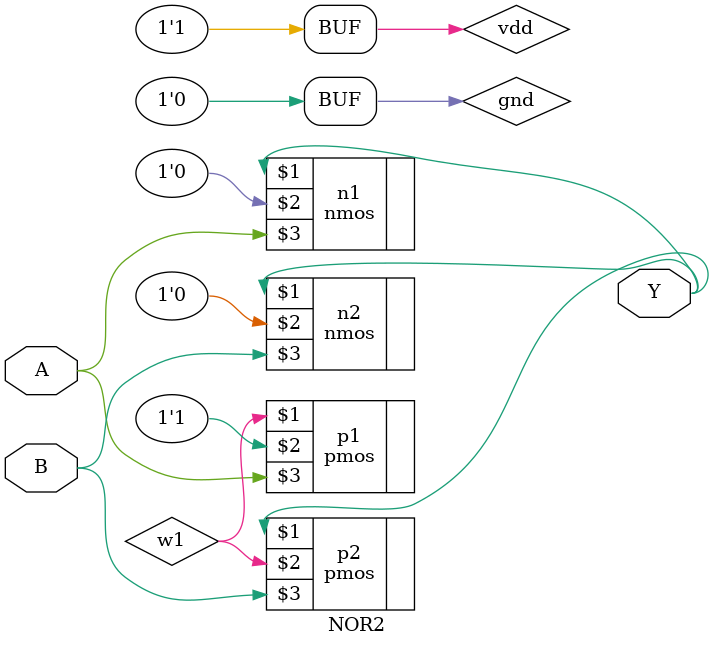
<source format=sv>
module NOR2 (
    output  wire                        Y,
    input   wire                        A,
    input   wire                        B
);

    wire                                w1;
    supply1                             vdd;
    supply0                             gnd;

    // VDD      -----------+-----
    //                  p1 |
    //               a --o|
    //                  p2 | w1
    //               b --o|
    //                     |
    //                 +---+---+--- Y
    //              n1 |    n2 |
    //           a ---|  b ---|
    //                 |       |
    // GND      -------+-------+----

    pmos    p1(w1, vdd, A);
    pmos    p2(Y, w1, B);
    nmos    n1(Y, gnd, A);
    nmos    n2(Y, gnd, B);

endmodule

</source>
